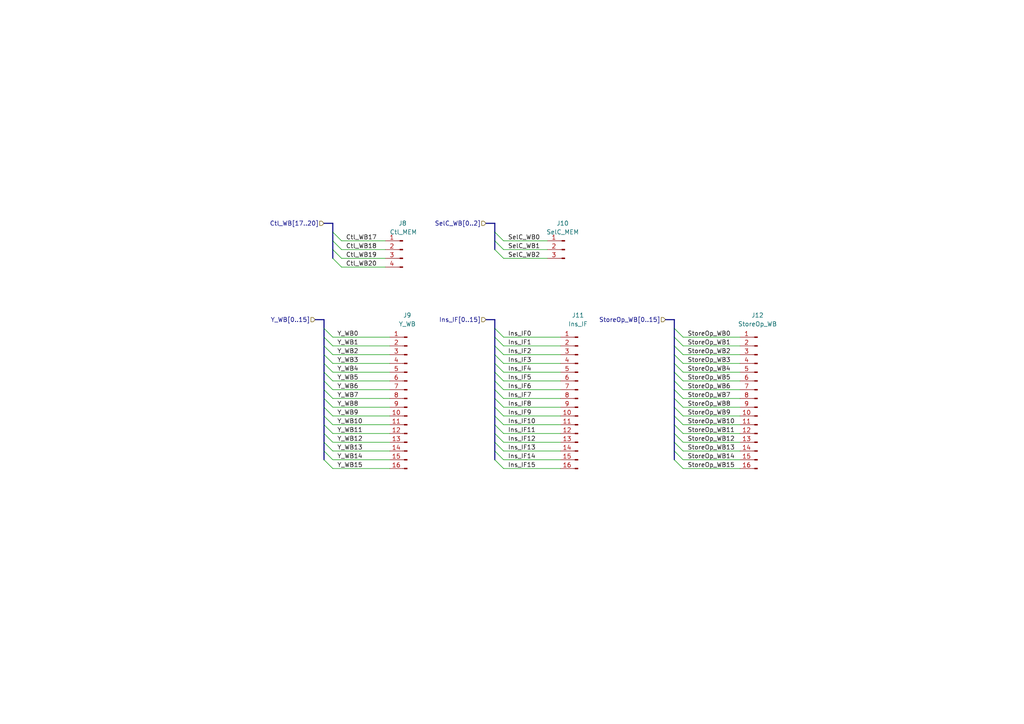
<source format=kicad_sch>
(kicad_sch (version 20230121) (generator eeschema)
  (paper "A4")
  (title_block (title "Turtle16: MEM Prototype Outputs") (date "2023-04-01") (rev "A") (comment 4 "Headers for various outputs from the prototype board"))
  (lib_symbols
    (symbol "Connector:Conn_01x03_Pin" (pin_names (offset 1.016) hide)
      (property "Reference" "J" (at 0 5.08 0))
      (property "Value" "Conn_01x03_Pin" (at 0 -5.08 0))
      (symbol "Conn_01x03_Pin_1_1"
        (polyline (pts (xy 1.27 -2.54) (xy 0.8636 -2.54)) (stroke (width 0.1524)))
        (polyline (pts (xy 1.27 0) (xy 0.8636 0)) (stroke (width 0.1524)))
        (polyline (pts (xy 1.27 2.54) (xy 0.8636 2.54)) (stroke (width 0.1524)))
        (rectangle (start 0.8636 -2.413) (end 0 -2.667) (stroke (width 0.1524)) (fill (type outline)))
        (rectangle (start 0.8636 0.127) (end 0 -0.127) (stroke (width 0.1524)) (fill (type outline)))
        (rectangle (start 0.8636 2.667) (end 0 2.413) (stroke (width 0.1524)) (fill (type outline)))
        (pin passive line (at 5.08 2.54 180) (length 3.81) (name "Pin_1") (number "1"))
        (pin passive line (at 5.08 0 180) (length 3.81) (name "Pin_2") (number "2"))
        (pin passive line (at 5.08 -2.54 180) (length 3.81) (name "Pin_3") (number "3"))
      )
    )
    (symbol "Connector:Conn_01x04_Pin" (pin_names (offset 1.016) hide)
      (property "Reference" "J" (at 0 5.08 0))
      (property "Value" "Conn_01x04_Pin" (at 0 -7.62 0))
      (symbol "Conn_01x04_Pin_1_1"
        (polyline (pts (xy 1.27 -5.08) (xy 0.8636 -5.08)) (stroke (width 0.1524)))
        (polyline (pts (xy 1.27 -2.54) (xy 0.8636 -2.54)) (stroke (width 0.1524)))
        (polyline (pts (xy 1.27 0) (xy 0.8636 0)) (stroke (width 0.1524)))
        (polyline (pts (xy 1.27 2.54) (xy 0.8636 2.54)) (stroke (width 0.1524)))
        (rectangle (start 0.8636 -4.953) (end 0 -5.207) (stroke (width 0.1524)) (fill (type outline)))
        (rectangle (start 0.8636 -2.413) (end 0 -2.667) (stroke (width 0.1524)) (fill (type outline)))
        (rectangle (start 0.8636 0.127) (end 0 -0.127) (stroke (width 0.1524)) (fill (type outline)))
        (rectangle (start 0.8636 2.667) (end 0 2.413) (stroke (width 0.1524)) (fill (type outline)))
        (pin passive line (at 5.08 2.54 180) (length 3.81) (name "Pin_1") (number "1"))
        (pin passive line (at 5.08 0 180) (length 3.81) (name "Pin_2") (number "2"))
        (pin passive line (at 5.08 -2.54 180) (length 3.81) (name "Pin_3") (number "3"))
        (pin passive line (at 5.08 -5.08 180) (length 3.81) (name "Pin_4") (number "4"))
      )
    )
    (symbol "Connector:Conn_01x16_Pin" (pin_names (offset 1.016) hide)
      (property "Reference" "J" (at 0 20.32 0))
      (property "Value" "Conn_01x16_Pin" (at 0 -22.86 0))
      (symbol "Conn_01x16_Pin_1_1"
        (polyline (pts (xy 1.27 -20.32) (xy 0.8636 -20.32)) (stroke (width 0.1524)))
        (polyline (pts (xy 1.27 -17.78) (xy 0.8636 -17.78)) (stroke (width 0.1524)))
        (polyline (pts (xy 1.27 -15.24) (xy 0.8636 -15.24)) (stroke (width 0.1524)))
        (polyline (pts (xy 1.27 -12.7) (xy 0.8636 -12.7)) (stroke (width 0.1524)))
        (polyline (pts (xy 1.27 -10.16) (xy 0.8636 -10.16)) (stroke (width 0.1524)))
        (polyline (pts (xy 1.27 -7.62) (xy 0.8636 -7.62)) (stroke (width 0.1524)))
        (polyline (pts (xy 1.27 -5.08) (xy 0.8636 -5.08)) (stroke (width 0.1524)))
        (polyline (pts (xy 1.27 -2.54) (xy 0.8636 -2.54)) (stroke (width 0.1524)))
        (polyline (pts (xy 1.27 0) (xy 0.8636 0)) (stroke (width 0.1524)))
        (polyline (pts (xy 1.27 2.54) (xy 0.8636 2.54)) (stroke (width 0.1524)))
        (polyline (pts (xy 1.27 5.08) (xy 0.8636 5.08)) (stroke (width 0.1524)))
        (polyline (pts (xy 1.27 7.62) (xy 0.8636 7.62)) (stroke (width 0.1524)))
        (polyline (pts (xy 1.27 10.16) (xy 0.8636 10.16)) (stroke (width 0.1524)))
        (polyline (pts (xy 1.27 12.7) (xy 0.8636 12.7)) (stroke (width 0.1524)))
        (polyline (pts (xy 1.27 15.24) (xy 0.8636 15.24)) (stroke (width 0.1524)))
        (polyline (pts (xy 1.27 17.78) (xy 0.8636 17.78)) (stroke (width 0.1524)))
        (rectangle (start 0.8636 -20.193) (end 0 -20.447) (stroke (width 0.1524)) (fill (type outline)))
        (rectangle (start 0.8636 -17.653) (end 0 -17.907) (stroke (width 0.1524)) (fill (type outline)))
        (rectangle (start 0.8636 -15.113) (end 0 -15.367) (stroke (width 0.1524)) (fill (type outline)))
        (rectangle (start 0.8636 -12.573) (end 0 -12.827) (stroke (width 0.1524)) (fill (type outline)))
        (rectangle (start 0.8636 -10.033) (end 0 -10.287) (stroke (width 0.1524)) (fill (type outline)))
        (rectangle (start 0.8636 -7.493) (end 0 -7.747) (stroke (width 0.1524)) (fill (type outline)))
        (rectangle (start 0.8636 -4.953) (end 0 -5.207) (stroke (width 0.1524)) (fill (type outline)))
        (rectangle (start 0.8636 -2.413) (end 0 -2.667) (stroke (width 0.1524)) (fill (type outline)))
        (rectangle (start 0.8636 0.127) (end 0 -0.127) (stroke (width 0.1524)) (fill (type outline)))
        (rectangle (start 0.8636 2.667) (end 0 2.413) (stroke (width 0.1524)) (fill (type outline)))
        (rectangle (start 0.8636 5.207) (end 0 4.953) (stroke (width 0.1524)) (fill (type outline)))
        (rectangle (start 0.8636 7.747) (end 0 7.493) (stroke (width 0.1524)) (fill (type outline)))
        (rectangle (start 0.8636 10.287) (end 0 10.033) (stroke (width 0.1524)) (fill (type outline)))
        (rectangle (start 0.8636 12.827) (end 0 12.573) (stroke (width 0.1524)) (fill (type outline)))
        (rectangle (start 0.8636 15.367) (end 0 15.113) (stroke (width 0.1524)) (fill (type outline)))
        (rectangle (start 0.8636 17.907) (end 0 17.653) (stroke (width 0.1524)) (fill (type outline)))
        (pin passive line (at 5.08 17.78 180) (length 3.81) (name "Pin_1") (number "1"))
        (pin passive line (at 5.08 -5.08 180) (length 3.81) (name "Pin_10") (number "10"))
        (pin passive line (at 5.08 -7.62 180) (length 3.81) (name "Pin_11") (number "11"))
        (pin passive line (at 5.08 -10.16 180) (length 3.81) (name "Pin_12") (number "12"))
        (pin passive line (at 5.08 -12.7 180) (length 3.81) (name "Pin_13") (number "13"))
        (pin passive line (at 5.08 -15.24 180) (length 3.81) (name "Pin_14") (number "14"))
        (pin passive line (at 5.08 -17.78 180) (length 3.81) (name "Pin_15") (number "15"))
        (pin passive line (at 5.08 -20.32 180) (length 3.81) (name "Pin_16") (number "16"))
        (pin passive line (at 5.08 15.24 180) (length 3.81) (name "Pin_2") (number "2"))
        (pin passive line (at 5.08 12.7 180) (length 3.81) (name "Pin_3") (number "3"))
        (pin passive line (at 5.08 10.16 180) (length 3.81) (name "Pin_4") (number "4"))
        (pin passive line (at 5.08 7.62 180) (length 3.81) (name "Pin_5") (number "5"))
        (pin passive line (at 5.08 5.08 180) (length 3.81) (name "Pin_6") (number "6"))
        (pin passive line (at 5.08 2.54 180) (length 3.81) (name "Pin_7") (number "7"))
        (pin passive line (at 5.08 0 180) (length 3.81) (name "Pin_8") (number "8"))
        (pin passive line (at 5.08 -2.54 180) (length 3.81) (name "Pin_9") (number "9"))
      )
    )
  )
  (bus_entry (at 143.51 125.73) (size 2.54 2.54))
  (bus_entry (at 93.98 133.35) (size 2.54 2.54))
  (bus_entry (at 143.51 107.95) (size 2.54 2.54))
  (bus_entry (at 93.98 120.65) (size 2.54 2.54))
  (bus_entry (at 93.98 123.19) (size 2.54 2.54))
  (bus_entry (at 143.51 123.19) (size 2.54 2.54))
  (bus_entry (at 143.51 118.11) (size 2.54 2.54))
  (bus_entry (at 143.51 100.33) (size 2.54 2.54))
  (bus_entry (at 143.51 95.25) (size 2.54 2.54))
  (bus_entry (at 93.98 107.95) (size 2.54 2.54))
  (bus_entry (at 93.98 113.03) (size 2.54 2.54))
  (bus_entry (at 93.98 100.33) (size 2.54 2.54))
  (bus_entry (at 195.58 125.73) (size 2.54 2.54))
  (bus_entry (at 93.98 118.11) (size 2.54 2.54))
  (bus_entry (at 93.98 128.27) (size 2.54 2.54))
  (bus_entry (at 195.58 123.19) (size 2.54 2.54))
  (bus_entry (at 195.58 120.65) (size 2.54 2.54))
  (bus_entry (at 96.52 67.31) (size 2.54 2.54))
  (bus_entry (at 143.51 120.65) (size 2.54 2.54))
  (bus_entry (at 195.58 133.35) (size 2.54 2.54))
  (bus_entry (at 143.51 102.87) (size 2.54 2.54))
  (bus_entry (at 195.58 107.95) (size 2.54 2.54))
  (bus_entry (at 195.58 118.11) (size 2.54 2.54))
  (bus_entry (at 143.51 97.79) (size 2.54 2.54))
  (bus_entry (at 143.51 133.35) (size 2.54 2.54))
  (bus_entry (at 143.51 105.41) (size 2.54 2.54))
  (bus_entry (at 195.58 95.25) (size 2.54 2.54))
  (bus_entry (at 96.52 72.39) (size 2.54 2.54))
  (bus_entry (at 195.58 115.57) (size 2.54 2.54))
  (bus_entry (at 143.51 113.03) (size 2.54 2.54))
  (bus_entry (at 93.98 110.49) (size 2.54 2.54))
  (bus_entry (at 195.58 110.49) (size 2.54 2.54))
  (bus_entry (at 195.58 130.81) (size 2.54 2.54))
  (bus_entry (at 96.52 69.85) (size 2.54 2.54))
  (bus_entry (at 93.98 130.81) (size 2.54 2.54))
  (bus_entry (at 195.58 128.27) (size 2.54 2.54))
  (bus_entry (at 143.51 128.27) (size 2.54 2.54))
  (bus_entry (at 195.58 100.33) (size 2.54 2.54))
  (bus_entry (at 93.98 97.79) (size 2.54 2.54))
  (bus_entry (at 143.51 115.57) (size 2.54 2.54))
  (bus_entry (at 195.58 113.03) (size 2.54 2.54))
  (bus_entry (at 195.58 105.41) (size 2.54 2.54))
  (bus_entry (at 143.51 72.39) (size 2.54 2.54))
  (bus_entry (at 143.51 130.81) (size 2.54 2.54))
  (bus_entry (at 93.98 115.57) (size 2.54 2.54))
  (bus_entry (at 195.58 97.79) (size 2.54 2.54))
  (bus_entry (at 96.52 74.93) (size 2.54 2.54))
  (bus_entry (at 93.98 95.25) (size 2.54 2.54))
  (bus_entry (at 143.51 110.49) (size 2.54 2.54))
  (bus_entry (at 93.98 105.41) (size 2.54 2.54))
  (bus_entry (at 93.98 102.87) (size 2.54 2.54))
  (bus_entry (at 93.98 125.73) (size 2.54 2.54))
  (bus_entry (at 143.51 69.85) (size 2.54 2.54))
  (bus_entry (at 143.51 67.31) (size 2.54 2.54))
  (bus_entry (at 195.58 102.87) (size 2.54 2.54))
  (wire (pts (xy 146.05 128.27) (xy 162.56 128.27)))
  (bus (pts (xy 93.98 118.11) (xy 93.98 120.65)))
  (wire (pts (xy 198.12 120.65) (xy 214.63 120.65)))
  (wire (pts (xy 146.05 123.19) (xy 162.56 123.19)))
  (wire (pts (xy 198.12 123.19) (xy 214.63 123.19)))
  (bus (pts (xy 143.51 118.11) (xy 143.51 120.65)))
  (wire (pts (xy 198.12 100.33) (xy 214.63 100.33)))
  (bus (pts (xy 143.51 105.41) (xy 143.51 107.95)))
  (wire (pts (xy 146.05 110.49) (xy 162.56 110.49)))
  (bus (pts (xy 195.58 102.87) (xy 195.58 105.41)))
  (bus (pts (xy 93.98 128.27) (xy 93.98 130.81)))
  (wire (pts (xy 96.52 107.95) (xy 113.03 107.95)))
  (wire (pts (xy 198.12 128.27) (xy 214.63 128.27)))
  (bus (pts (xy 96.52 67.31) (xy 96.52 69.85)))
  (wire (pts (xy 146.05 125.73) (xy 162.56 125.73)))
  (bus (pts (xy 93.98 113.03) (xy 93.98 115.57)))
  (wire (pts (xy 198.12 130.81) (xy 214.63 130.81)))
  (bus (pts (xy 143.51 69.85) (xy 143.51 72.39)))
  (bus (pts (xy 195.58 118.11) (xy 195.58 120.65)))
  (wire (pts (xy 146.05 118.11) (xy 162.56 118.11)))
  (bus (pts (xy 195.58 105.41) (xy 195.58 107.95)))
  (bus (pts (xy 140.97 92.71) (xy 143.51 92.71)))
  (wire (pts (xy 96.52 118.11) (xy 113.03 118.11)))
  (bus (pts (xy 143.51 95.25) (xy 143.51 97.79)))
  (wire (pts (xy 146.05 97.79) (xy 162.56 97.79)))
  (wire (pts (xy 99.06 77.47) (xy 111.76 77.47)))
  (bus (pts (xy 195.58 92.71) (xy 195.58 95.25)))
  (bus (pts (xy 91.44 92.71) (xy 93.98 92.71)))
  (bus (pts (xy 96.52 72.39) (xy 96.52 74.93)))
  (wire (pts (xy 96.52 130.81) (xy 113.03 130.81)))
  (bus (pts (xy 140.97 64.77) (xy 143.51 64.77)))
  (wire (pts (xy 96.52 100.33) (xy 113.03 100.33)))
  (bus (pts (xy 96.52 64.77) (xy 96.52 67.31)))
  (wire (pts (xy 96.52 125.73) (xy 113.03 125.73)))
  (bus (pts (xy 93.98 100.33) (xy 93.98 102.87)))
  (bus (pts (xy 93.98 95.25) (xy 93.98 97.79)))
  (bus (pts (xy 96.52 69.85) (xy 96.52 72.39)))
  (bus (pts (xy 93.98 102.87) (xy 93.98 105.41)))
  (bus (pts (xy 195.58 115.57) (xy 195.58 118.11)))
  (wire (pts (xy 146.05 135.89) (xy 162.56 135.89)))
  (wire (pts (xy 198.12 110.49) (xy 214.63 110.49)))
  (wire (pts (xy 96.52 97.79) (xy 113.03 97.79)))
  (bus (pts (xy 143.51 130.81) (xy 143.51 133.35)))
  (wire (pts (xy 198.12 107.95) (xy 214.63 107.95)))
  (wire (pts (xy 198.12 135.89) (xy 214.63 135.89)))
  (bus (pts (xy 195.58 120.65) (xy 195.58 123.19)))
  (wire (pts (xy 99.06 72.39) (xy 111.76 72.39)))
  (bus (pts (xy 93.98 107.95) (xy 93.98 110.49)))
  (wire (pts (xy 99.06 69.85) (xy 111.76 69.85)))
  (bus (pts (xy 143.51 113.03) (xy 143.51 115.57)))
  (bus (pts (xy 93.98 120.65) (xy 93.98 123.19)))
  (wire (pts (xy 96.52 123.19) (xy 113.03 123.19)))
  (wire (pts (xy 96.52 113.03) (xy 113.03 113.03)))
  (wire (pts (xy 198.12 115.57) (xy 214.63 115.57)))
  (wire (pts (xy 146.05 69.85) (xy 158.75 69.85)))
  (bus (pts (xy 143.51 110.49) (xy 143.51 113.03)))
  (wire (pts (xy 198.12 118.11) (xy 214.63 118.11)))
  (wire (pts (xy 198.12 125.73) (xy 214.63 125.73)))
  (bus (pts (xy 93.98 64.77) (xy 96.52 64.77)))
  (wire (pts (xy 146.05 102.87) (xy 162.56 102.87)))
  (bus (pts (xy 93.98 123.19) (xy 93.98 125.73)))
  (wire (pts (xy 198.12 133.35) (xy 214.63 133.35)))
  (bus (pts (xy 143.51 107.95) (xy 143.51 110.49)))
  (bus (pts (xy 195.58 97.79) (xy 195.58 100.33)))
  (wire (pts (xy 96.52 115.57) (xy 113.03 115.57)))
  (bus (pts (xy 195.58 128.27) (xy 195.58 130.81)))
  (bus (pts (xy 143.51 97.79) (xy 143.51 100.33)))
  (bus (pts (xy 195.58 130.81) (xy 195.58 133.35)))
  (wire (pts (xy 96.52 128.27) (xy 113.03 128.27)))
  (wire (pts (xy 96.52 105.41) (xy 113.03 105.41)))
  (wire (pts (xy 146.05 115.57) (xy 162.56 115.57)))
  (bus (pts (xy 93.98 105.41) (xy 93.98 107.95)))
  (bus (pts (xy 93.98 130.81) (xy 93.98 133.35)))
  (wire (pts (xy 198.12 102.87) (xy 214.63 102.87)))
  (wire (pts (xy 96.52 120.65) (xy 113.03 120.65)))
  (bus (pts (xy 93.98 97.79) (xy 93.98 100.33)))
  (bus (pts (xy 93.98 92.71) (xy 93.98 95.25)))
  (wire (pts (xy 96.52 133.35) (xy 113.03 133.35)))
  (wire (pts (xy 99.06 74.93) (xy 111.76 74.93)))
  (wire (pts (xy 146.05 130.81) (xy 162.56 130.81)))
  (bus (pts (xy 195.58 95.25) (xy 195.58 97.79)))
  (wire (pts (xy 146.05 133.35) (xy 162.56 133.35)))
  (wire (pts (xy 146.05 72.39) (xy 158.75 72.39)))
  (bus (pts (xy 93.98 110.49) (xy 93.98 113.03)))
  (bus (pts (xy 143.51 115.57) (xy 143.51 118.11)))
  (bus (pts (xy 93.98 115.57) (xy 93.98 118.11)))
  (wire (pts (xy 146.05 113.03) (xy 162.56 113.03)))
  (bus (pts (xy 143.51 128.27) (xy 143.51 130.81)))
  (bus (pts (xy 195.58 110.49) (xy 195.58 113.03)))
  (bus (pts (xy 143.51 125.73) (xy 143.51 128.27)))
  (bus (pts (xy 143.51 67.31) (xy 143.51 69.85)))
  (bus (pts (xy 195.58 113.03) (xy 195.58 115.57)))
  (bus (pts (xy 195.58 107.95) (xy 195.58 110.49)))
  (bus (pts (xy 143.51 102.87) (xy 143.51 105.41)))
  (wire (pts (xy 96.52 102.87) (xy 113.03 102.87)))
  (bus (pts (xy 195.58 100.33) (xy 195.58 102.87)))
  (wire (pts (xy 146.05 100.33) (xy 162.56 100.33)))
  (bus (pts (xy 93.98 125.73) (xy 93.98 128.27)))
  (wire (pts (xy 198.12 113.03) (xy 214.63 113.03)))
  (bus (pts (xy 143.51 92.71) (xy 143.51 95.25)))
  (bus (pts (xy 143.51 123.19) (xy 143.51 125.73)))
  (wire (pts (xy 198.12 105.41) (xy 214.63 105.41)))
  (wire (pts (xy 96.52 110.49) (xy 113.03 110.49)))
  (wire (pts (xy 198.12 97.79) (xy 214.63 97.79)))
  (wire (pts (xy 146.05 74.93) (xy 158.75 74.93)))
  (bus (pts (xy 143.51 64.77) (xy 143.51 67.31)))
  (wire (pts (xy 96.52 135.89) (xy 113.03 135.89)))
  (bus (pts (xy 143.51 120.65) (xy 143.51 123.19)))
  (bus (pts (xy 195.58 123.19) (xy 195.58 125.73)))
  (wire (pts (xy 146.05 105.41) (xy 162.56 105.41)))
  (wire (pts (xy 146.05 107.95) (xy 162.56 107.95)))
  (bus (pts (xy 193.04 92.71) (xy 195.58 92.71)))
  (wire (pts (xy 146.05 120.65) (xy 162.56 120.65)))
  (bus (pts (xy 195.58 125.73) (xy 195.58 128.27)))
  (bus (pts (xy 143.51 100.33) (xy 143.51 102.87)))
  (label "Ins_IF8" (at 147.32 118.11 0))
  (label "StoreOp_WB2" (at 199.39 102.87 0))
  (label "Ctl_WB17" (at 100.33 69.85 0))
  (label "Ins_IF13" (at 147.32 130.81 0))
  (label "StoreOp_WB4" (at 199.39 107.95 0))
  (label "Y_WB3" (at 97.79 105.41 0))
  (label "Y_WB2" (at 97.79 102.87 0))
  (label "Y_WB15" (at 97.79 135.89 0))
  (label "StoreOp_WB0" (at 199.39 97.79 0))
  (label "Ins_IF7" (at 147.32 115.57 0))
  (label "Ctl_WB20" (at 100.33 77.47 0))
  (label "StoreOp_WB7" (at 199.39 115.57 0))
  (label "Y_WB5" (at 97.79 110.49 0))
  (label "Y_WB1" (at 97.79 100.33 0))
  (label "StoreOp_WB15" (at 199.39 135.89 0))
  (label "Ctl_WB18" (at 100.33 72.39 0))
  (label "Ins_IF14" (at 147.32 133.35 0))
  (label "Ins_IF10" (at 147.32 123.19 0))
  (label "Y_WB11" (at 97.79 125.73 0))
  (label "Ins_IF5" (at 147.32 110.49 0))
  (label "Ins_IF6" (at 147.32 113.03 0))
  (label "StoreOp_WB9" (at 199.39 120.65 0))
  (label "StoreOp_WB5" (at 199.39 110.49 0))
  (label "StoreOp_WB6" (at 199.39 113.03 0))
  (label "StoreOp_WB1" (at 199.39 100.33 0))
  (label "Ctl_WB19" (at 100.33 74.93 0))
  (label "Ins_IF3" (at 147.32 105.41 0))
  (label "Ins_IF9" (at 147.32 120.65 0))
  (label "Y_WB4" (at 97.79 107.95 0))
  (label "Y_WB8" (at 97.79 118.11 0))
  (label "Y_WB12" (at 97.79 128.27 0))
  (label "StoreOp_WB3" (at 199.39 105.41 0))
  (label "StoreOp_WB12" (at 199.39 128.27 0))
  (label "StoreOp_WB10" (at 199.39 123.19 0))
  (label "Ins_IF2" (at 147.32 102.87 0))
  (label "StoreOp_WB14" (at 199.39 133.35 0))
  (label "Ins_IF4" (at 147.32 107.95 0))
  (label "Y_WB13" (at 97.79 130.81 0))
  (label "StoreOp_WB11" (at 199.39 125.73 0))
  (label "SelC_WB1" (at 147.32 72.39 0))
  (label "Ins_IF15" (at 147.32 135.89 0))
  (label "SelC_WB0" (at 147.32 69.85 0))
  (label "Y_WB10" (at 97.79 123.19 0))
  (label "Y_WB6" (at 97.79 113.03 0))
  (label "Y_WB14" (at 97.79 133.35 0))
  (label "Ins_IF11" (at 147.32 125.73 0))
  (label "Y_WB9" (at 97.79 120.65 0))
  (label "Y_WB7" (at 97.79 115.57 0))
  (label "SelC_WB2" (at 147.32 74.93 0))
  (label "Y_WB0" (at 97.79 97.79 0))
  (label "StoreOp_WB13" (at 199.39 130.81 0))
  (label "Ins_IF12" (at 147.32 128.27 0))
  (label "Ins_IF1" (at 147.32 100.33 0))
  (label "StoreOp_WB8" (at 199.39 118.11 0))
  (label "Ins_IF0" (at 147.32 97.79 0))
  (hierarchical_label "Ins_IF[0..15]" (shape input) (at 140.97 92.71 180))
  (hierarchical_label "Y_WB[0..15]" (shape input) (at 91.44 92.71 180))
  (hierarchical_label "SelC_WB[0..2]" (shape input) (at 140.97 64.77 180))
  (hierarchical_label "StoreOp_WB[0..15]" (shape input) (at 193.04 92.71 180))
  (hierarchical_label "Ctl_WB[17..20]" (shape input) (at 93.98 64.77 180))
  (symbol (lib_id "Connector:Conn_01x04_Pin") (at 116.84 72.39 0) (mirror y) (unit 1)
    (property "Reference" "J8" (at 115.57 64.77 0) (effects (justify right)))
    (property "Value" "Ctl_MEM" (at 113.03 67.31 0) (effects (justify right)))
    (property "Footprint" "Connector_PinHeader_2.54mm:PinHeader_1x04_P2.54mm_Vertical" (effects hide))
  )
  (symbol (lib_id "Connector:Conn_01x03_Pin") (at 163.83 72.39 0) (mirror y) (unit 1)
    (property "Reference" "J10" (at 163.195 64.77 0))
    (property "Value" "SelC_MEM" (at 163.195 67.31 0))
    (property "Footprint" "Connector_PinHeader_2.54mm:PinHeader_1x03_P2.54mm_Vertical" (effects hide))
  )
  (symbol (lib_id "Connector:Conn_01x16_Pin") (at 167.64 115.57 0) (mirror y) (unit 1)
    (property "Reference" "J11" (at 167.64 91.44 0))
    (property "Value" "Ins_IF" (at 167.64 93.98 0))
    (property "Footprint" "Connector_PinHeader_2.54mm:PinHeader_1x16_P2.54mm_Vertical" (effects hide))
  )
  (symbol (lib_id "Connector:Conn_01x16_Pin") (at 219.71 115.57 0) (mirror y) (unit 1)
    (property "Reference" "J12" (at 219.71 91.44 0))
    (property "Value" "StoreOp_WB" (at 219.71 93.98 0))
    (property "Footprint" "Connector_PinHeader_2.54mm:PinHeader_1x16_P2.54mm_Vertical" (effects hide))
  )
  (symbol (lib_id "Connector:Conn_01x16_Pin") (at 118.11 115.57 0) (mirror y) (unit 1)
    (property "Reference" "J9" (at 118.11 91.44 0))
    (property "Value" "Y_WB" (at 118.11 93.98 0))
    (property "Footprint" "Connector_PinHeader_2.54mm:PinHeader_1x16_P2.54mm_Vertical" (effects hide))
  )
)
</source>
